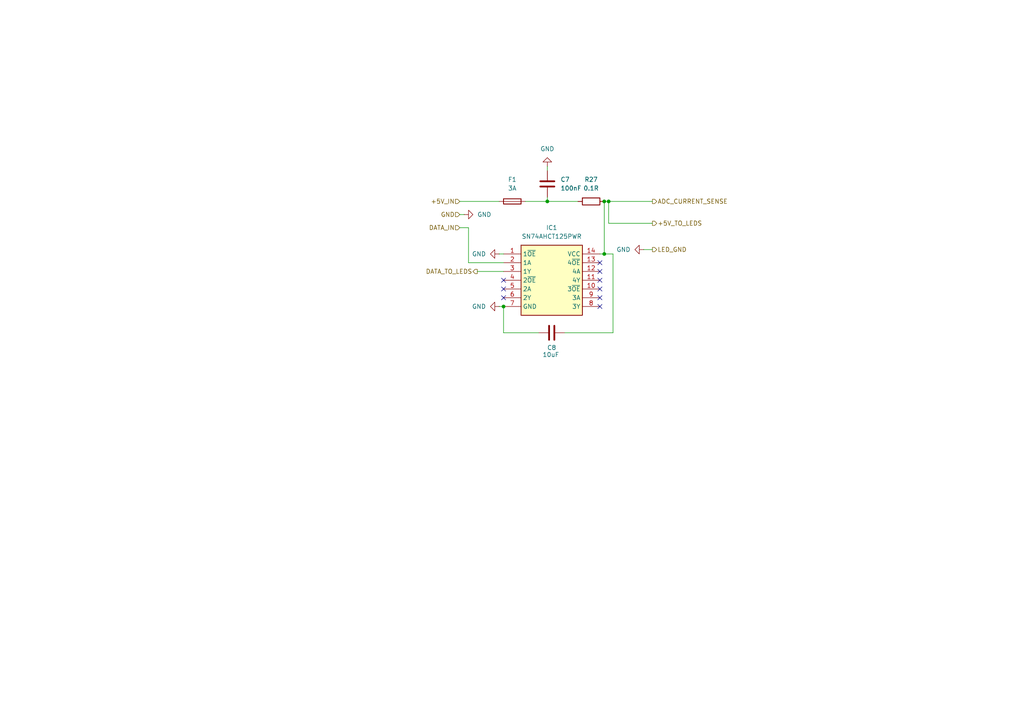
<source format=kicad_sch>
(kicad_sch (version 20250114) (generator "eeschema") (generator_version "9.0")
  (paper "A4")
  (lib_symbols
    (symbol "Device:C" (pin_numbers (hide yes)) (pin_names (offset 0.254))
      (property "Reference" "C" (at 0.635 2.54 0))
      (property "Value" "C" (at 0.635 -2.54 0))
      (symbol "C_0_1"
        (polyline (pts (xy -2.032 0.762) (xy 2.032 0.762)) (stroke (width 0.508)))
        (polyline (pts (xy -2.032 -0.762) (xy 2.032 -0.762)) (stroke (width 0.508)))
      )
      (symbol "C_1_1"
        (pin passive line (at 0 3.81 270) (length 2.794) (name "~") (number "1"))
        (pin passive line (at 0 -3.81 90) (length 2.794) (name "~") (number "2"))
      )
    )
    (symbol "Device:Fuse" (pin_numbers (hide yes)) (pin_names (offset 0))
      (property "Reference" "F" (at 2.032 0 90))
      (property "Value" "Fuse" (at -1.905 0 90))
      (symbol "Fuse_0_1"
        (rectangle (start -0.762 -2.54) (end 0.762 2.54) (stroke (width 0.254)))
        (polyline (pts (xy 0 2.54) (xy 0 -2.54)))
      )
      (symbol "Fuse_1_1"
        (pin passive line (at 0 3.81 270) (length 1.27) (name "~") (number "1"))
        (pin passive line (at 0 -3.81 90) (length 1.27) (name "~") (number "2"))
      )
    )
    (symbol "Device:R" (pin_numbers (hide yes)) (pin_names (offset 0))
      (property "Reference" "R" (at 2.032 0 90))
      (property "Value" "R" (at 0 0 90))
      (symbol "R_0_1"
        (rectangle (start -1.016 -2.54) (end 1.016 2.54) (stroke (width 0.254)))
      )
      (symbol "R_1_1"
        (pin passive line (at 0 3.81 270) (length 1.27) (name "~") (number "1"))
        (pin passive line (at 0 -3.81 90) (length 1.27) (name "~") (number "2"))
      )
    )
    (symbol "motion-play-symbols:SN74AHCT125PWR"
      (property "Reference" "IC" (at 24.13 7.62 0))
      (property "Value" "SN74AHCT125PWR" (at 24.13 5.08 0))
      (symbol "SN74AHCT125PWR_1_1"
        (rectangle (start 5.08 2.54) (end 22.86 -17.78) (stroke (width 0.254)) (fill (type background)))
        (pin passive line (at 0 0 0) (length 5.08) (name "1~{OE}") (number "1"))
        (pin passive line (at 0 -2.54 0) (length 5.08) (name "1A") (number "2"))
        (pin passive line (at 0 -5.08 0) (length 5.08) (name "1Y") (number "3"))
        (pin passive line (at 0 -7.62 0) (length 5.08) (name "2~{OE}") (number "4"))
        (pin passive line (at 0 -10.16 0) (length 5.08) (name "2A") (number "5"))
        (pin passive line (at 0 -12.7 0) (length 5.08) (name "2Y") (number "6"))
        (pin passive line (at 0 -15.24 0) (length 5.08) (name "GND") (number "7"))
        (pin passive line (at 27.94 0 180) (length 5.08) (name "VCC") (number "14"))
        (pin passive line (at 27.94 -2.54 180) (length 5.08) (name "4~{OE}") (number "13"))
        (pin passive line (at 27.94 -5.08 180) (length 5.08) (name "4A") (number "12"))
        (pin passive line (at 27.94 -7.62 180) (length 5.08) (name "4Y") (number "11"))
        (pin passive line (at 27.94 -10.16 180) (length 5.08) (name "3~{OE}") (number "10"))
        (pin passive line (at 27.94 -12.7 180) (length 5.08) (name "3A") (number "9"))
        (pin passive line (at 27.94 -15.24 180) (length 5.08) (name "3Y") (number "8"))
      )
    )
    (symbol "power:GND" (power) (pin_numbers (hide yes)) (pin_names (offset 0) (hide yes))
      (property "Value" "GND" (at 0 -3.81 0))
      (symbol "GND_0_1"
        (polyline (pts (xy 0 0) (xy 0 -1.27) (xy 1.27 -1.27) (xy 0 -2.54) (xy -1.27 -1.27) (xy 0 -1.27)))
      )
      (symbol "GND_1_1"
        (pin power_in line (at 0 0 270) (length 0) (name "~") (number "1"))
      )
    )
  )
  (junction (at 146.05 88.9))
  (junction (at 158.75 58.42))
  (junction (at 175.26 73.66))
  (junction (at 176.53 58.42))
  (junction (at 175.26 58.42))
  (no_connect (at 146.05 83.82))
  (no_connect (at 173.99 76.2))
  (no_connect (at 146.05 86.36))
  (no_connect (at 146.05 81.28))
  (no_connect (at 173.99 86.36))
  (no_connect (at 173.99 83.82))
  (no_connect (at 173.99 81.28))
  (no_connect (at 173.99 88.9))
  (no_connect (at 173.99 78.74))
  (wire (pts (xy 134.62 62.23) (xy 133.35 62.23)))
  (wire (pts (xy 175.26 73.66) (xy 175.26 58.42)))
  (wire (pts (xy 158.75 48.26) (xy 158.75 49.53)))
  (wire (pts (xy 138.43 78.74) (xy 146.05 78.74)))
  (wire (pts (xy 146.05 96.52) (xy 156.21 96.52)))
  (wire (pts (xy 176.53 64.77) (xy 176.53 58.42)))
  (wire (pts (xy 135.89 66.04) (xy 135.89 76.2)))
  (wire (pts (xy 173.99 73.66) (xy 175.26 73.66)))
  (wire (pts (xy 144.78 73.66) (xy 146.05 73.66)))
  (wire (pts (xy 176.53 58.42) (xy 189.23 58.42)))
  (wire (pts (xy 163.83 96.52) (xy 177.8 96.52)))
  (wire (pts (xy 144.78 88.9) (xy 146.05 88.9)))
  (wire (pts (xy 158.75 58.42) (xy 167.64 58.42)))
  (wire (pts (xy 133.35 58.42) (xy 144.78 58.42)))
  (wire (pts (xy 177.8 73.66) (xy 175.26 73.66)))
  (wire (pts (xy 175.26 58.42) (xy 176.53 58.42)))
  (wire (pts (xy 133.35 66.04) (xy 135.89 66.04)))
  (wire (pts (xy 189.23 64.77) (xy 176.53 64.77)))
  (wire (pts (xy 177.8 96.52) (xy 177.8 73.66)))
  (wire (pts (xy 152.4 58.42) (xy 158.75 58.42)))
  (wire (pts (xy 146.05 88.9) (xy 146.05 96.52)))
  (wire (pts (xy 186.69 72.39) (xy 189.23 72.39)))
  (wire (pts (xy 158.75 57.15) (xy 158.75 58.42)))
  (wire (pts (xy 135.89 76.2) (xy 146.05 76.2)))
  (hierarchical_label "+5V_TO_LEDS" (shape output) (at 189.23 64.77 0))
  (hierarchical_label "ADC_CURRENT_SENSE" (shape output) (at 189.23 58.42 0))
  (hierarchical_label "DATA_IN" (shape input) (at 133.35 66.04 180))
  (hierarchical_label "GND" (shape input) (at 133.35 62.23 180))
  (hierarchical_label "LED_GND" (shape output) (at 189.23 72.39 0))
  (hierarchical_label "+5V_IN" (shape input) (at 133.35 58.42 180))
  (hierarchical_label "DATA_TO_LEDS" (shape output) (at 138.43 78.74 180))
  (symbol (lib_id "power:GND") (at 186.69 72.39 270) (unit 1)
    (property "Reference" "#PWR021" (effects (hide yes)))
    (property "Value" "GND" (at 182.88 72.3899 90) (effects (justify right)))
    (property "Description" "Power symbol creates a global label with name \"GND\" , ground" (effects (hide yes)))
  )
  (symbol (lib_id "Device:Fuse") (at 148.59 58.42 90) (unit 1)
    (property "Reference" "F1" (at 148.59 52.07 90))
    (property "Value" "3A" (at 148.59 54.61 90))
    (property "Footprint" "Fuse:Fuse_1206_3216Metric" (effects (hide yes)))
    (property "Description" "LED Fuse" (effects (hide yes)))
    (property "LCSC Part No" "C354897" (effects (hide yes)))
  )
  (symbol (lib_id "Device:R") (at 171.45 58.42 90) (unit 1)
    (property "Reference" "R27" (at 171.45 52.07 90))
    (property "Value" "0.1R" (at 171.45 54.61 90))
    (property "Footprint" "Resistor_SMD:R_2512_6332Metric" (effects (hide yes)))
    (property "Description" "Current Sensing Resistor" (effects (hide yes)))
    (property "LCSC Part No" "C500724" (effects (hide yes)))
  )
  (symbol (lib_id "power:GND") (at 144.78 73.66 270) (unit 1)
    (property "Reference" "#PWR022" (effects (hide yes)))
    (property "Value" "GND" (at 140.97 73.6599 90) (effects (justify right)))
    (property "Description" "Power symbol creates a global label with name \"GND\" , ground" (effects (hide yes)))
  )
  (symbol (lib_id "Device:C") (at 160.02 96.52 270) (unit 1)
    (property "Reference" "C8" (at 160.02 100.838 90))
    (property "Value" "10uF" (at 159.766 102.87 90))
    (property "Footprint" "Capacitor_SMD:C_0603_1608Metric" (effects (hide yes)))
    (property "Description" "10uF capacitor" (effects (hide yes)))
    (property "LCSC Part No" "C19702" (effects (hide yes)))
  )
  (symbol (lib_id "motion-play-symbols:SN74AHCT125PWR") (at 146.05 73.66 0) (unit 1)
    (property "Reference" "IC1" (at 160.02 66.04 0))
    (property "Value" "SN74AHCT125PWR" (at 160.02 68.58 0))
    (property "Footprint" "SOP65P640X120-14N" (effects (hide yes)))
    (property "Datasheet" "http://www.ti.com/lit/gpn/sn74ahct125" (effects (hide yes)))
    (property "Description" "Quadruple Bus Buffer Gates With 3-State Outputs" (effects (hide yes)))
    (property "Height" "1.2" (effects (hide yes)))
    (property "Mouser Part Number" "595-SN74AHCT125PWR" (effects (hide yes)))
    (property "Mouser Price/Stock" "https://www.mouser.co.uk/ProductDetail/Texas-Instruments/SN74AHCT125PWR?qs=Tv815z3GeNSFP3h%252B2vFnHA%3D%3D" (effects (hide yes)))
    (property "Manufacturer_Name" "Texas Instruments" (effects (hide yes)))
    (property "Manufacturer_Part_Number" "SN74AHCT125PWR" (effects (hide yes)))
  )
  (symbol (lib_id "power:GND") (at 144.78 88.9 270) (unit 1)
    (property "Reference" "#PWR020" (effects (hide yes)))
    (property "Value" "GND" (at 140.97 88.8999 90) (effects (justify right)))
    (property "Description" "Power symbol creates a global label with name \"GND\" , ground" (effects (hide yes)))
  )
  (symbol (lib_id "power:GND") (at 134.62 62.23 90) (unit 1)
    (property "Reference" "#PWR019" (effects (hide yes)))
    (property "Value" "GND" (at 138.43 62.2299 90) (effects (justify right)))
    (property "Description" "Power symbol creates a global label with name \"GND\" , ground" (effects (hide yes)))
  )
  (symbol (lib_id "Device:C") (at 158.75 53.34 0) (unit 1)
    (property "Reference" "C7" (at 162.56 52.0699 0) (effects (justify left)))
    (property "Value" "100nF" (at 162.56 54.6099 0) (effects (justify left)))
    (property "Footprint" "Capacitor_SMD:C_0603_1608Metric" (effects (hide yes)))
    (property "Description" "100nF Capacitor" (effects (hide yes)))
    (property "LCSC Part No" "C14663" (effects (hide yes)))
  )
  (symbol (lib_id "power:GND") (at 158.75 48.26 180) (unit 1)
    (property "Reference" "#PWR018" (effects (hide yes)))
    (property "Value" "GND" (at 158.75 43.18 0))
    (property "Description" "Power symbol creates a global label with name \"GND\" , ground" (effects (hide yes)))
  )
)
</source>
